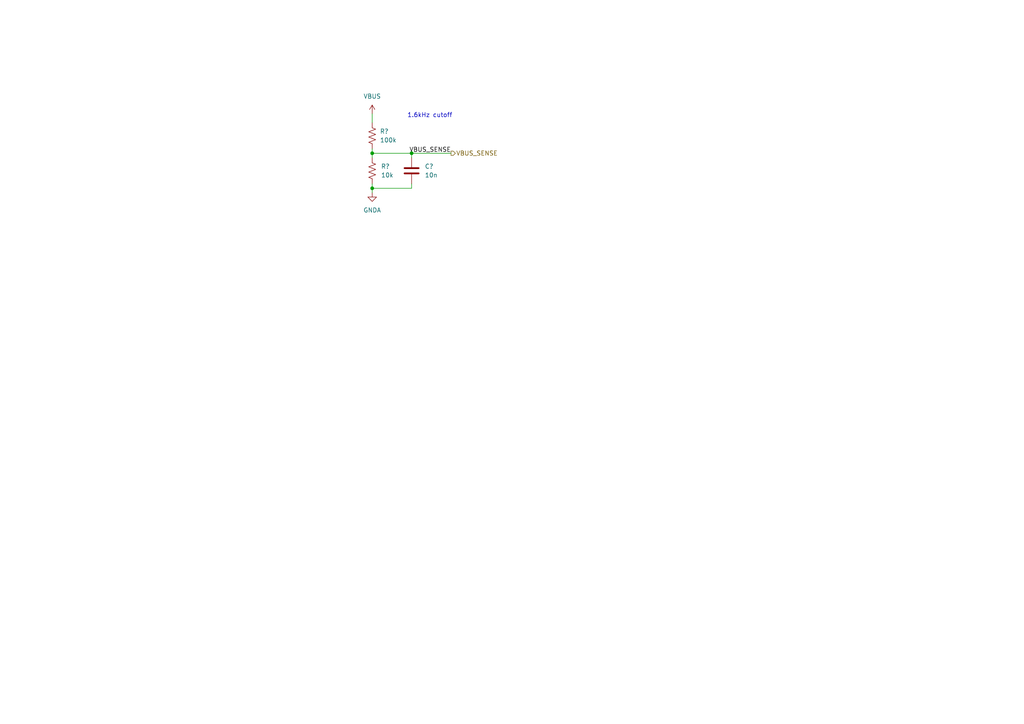
<source format=kicad_sch>
(kicad_sch (version 20211123) (generator eeschema)
  (paper "A4")
  (lib_symbols
    (symbol "Device:C" (pin_numbers hide) (pin_names (offset 0.254))
      (property "Reference" "C" (at 0.635 2.54 0))
      (property "Value" "C" (at 0.635 -2.54 0))
      (symbol "C_0_1"
        (polyline (pts (xy -2.032 -0.762) (xy 2.032 -0.762)) (stroke (width 0.508)))
        (polyline (pts (xy -2.032 0.762) (xy 2.032 0.762)) (stroke (width 0.508)))
      )
      (symbol "C_1_1"
        (pin passive line (at 0 3.81 270) (length 2.794) (name "~") (number "1"))
        (pin passive line (at 0 -3.81 90) (length 2.794) (name "~") (number "2"))
      )
    )
    (symbol "Device:R_US" (pin_numbers hide) (pin_names (offset 0))
      (property "Reference" "R" (at 2.54 0 90))
      (property "Value" "R_US" (at -2.54 0 90))
      (symbol "R_US_0_1"
        (polyline (pts (xy 0 -2.286) (xy 0 -2.54)))
        (polyline (pts (xy 0 2.286) (xy 0 2.54)))
        (polyline (pts (xy 0 -0.762) (xy 1.016 -1.143) (xy 0 -1.524) (xy -1.016 -1.905) (xy 0 -2.286)))
        (polyline (pts (xy 0 0.762) (xy 1.016 0.381) (xy 0 0) (xy -1.016 -0.381) (xy 0 -0.762)))
        (polyline (pts (xy 0 2.286) (xy 1.016 1.905) (xy 0 1.524) (xy -1.016 1.143) (xy 0 0.762)))
      )
      (symbol "R_US_1_1"
        (pin passive line (at 0 3.81 270) (length 1.27) (name "~") (number "1"))
        (pin passive line (at 0 -3.81 90) (length 1.27) (name "~") (number "2"))
      )
    )
    (symbol "power:GNDA" (power) (pin_names (offset 0))
      (property "Value" "GNDA" (at 0 -3.81 0))
      (symbol "GNDA_0_1"
        (polyline (pts (xy 0 0) (xy 0 -1.27) (xy 1.27 -1.27) (xy 0 -2.54) (xy -1.27 -1.27) (xy 0 -1.27)))
      )
      (symbol "GNDA_1_1"
        (pin power_in line (at 0 0 270) (length 0) hide (name "GNDA") (number "1"))
      )
    )
    (symbol "power:VBUS" (power) (pin_names (offset 0))
      (property "Value" "VBUS" (at 0 3.81 0))
      (symbol "VBUS_0_1"
        (polyline (pts (xy -0.762 1.27) (xy 0 2.54)))
        (polyline (pts (xy 0 0) (xy 0 2.54)))
        (polyline (pts (xy 0 2.54) (xy 0.762 1.27)))
      )
      (symbol "VBUS_1_1"
        (pin power_in line (at 0 0 90) (length 0) hide (name "VBUS") (number "1"))
      )
    )
  )
  (junction (at 119.38 44.45))
  (junction (at 107.95 44.45))
  (junction (at 107.95 54.61))
  (wire (pts (xy 107.95 54.61) (xy 107.95 55.88)))
  (wire (pts (xy 107.95 53.34) (xy 107.95 54.61)))
  (wire (pts (xy 119.38 45.72) (xy 119.38 44.45)))
  (wire (pts (xy 119.38 44.45) (xy 130.81 44.45)))
  (wire (pts (xy 119.38 53.34) (xy 119.38 54.61)))
  (wire (pts (xy 119.38 54.61) (xy 107.95 54.61)))
  (wire (pts (xy 107.95 44.45) (xy 107.95 45.72)))
  (wire (pts (xy 119.38 44.45) (xy 107.95 44.45)))
  (wire (pts (xy 107.95 33.02) (xy 107.95 35.56)))
  (wire (pts (xy 107.95 43.18) (xy 107.95 44.45)))
  (text "1.6kHz cutoff" (at 118.11 34.29 0) (effects (font (size 1.27 1.27)) (justify left bottom)))
  (label "VBUS_SENSE" (at 130.81 44.45 180))
  (hierarchical_label "VBUS_SENSE" (shape output) (at 130.81 44.45 0))
  (symbol (lib_id "power:VBUS") (at 107.95 33.02 0) (unit 1)
    (property "Reference" "#PWR?" (effects hide))
    (property "Value" "VBUS" (at 107.95 27.94 0))
  )
  (symbol (lib_id "Device:C") (at 119.38 49.53 0) (unit 1)
    (property "Reference" "C?" (at 123.19 48.2599 0) (effects (justify left)))
    (property "Value" "10n" (at 123.19 50.8 0) (effects (justify left)))
    (property "Footprint" "Resistor_SMD:R_0805_2012Metric_Pad1.20x1.40mm_HandSolder" (effects hide))
    (property "part_number" "GCM219R71H103KA37D" (effects hide))
  )
  (symbol (lib_id "power:GNDA") (at 107.95 55.88 0) (unit 1)
    (property "Reference" "#PWR?" (effects hide))
    (property "Value" "GNDA" (at 107.95 60.96 0))
  )
  (symbol (lib_id "Device:R_US") (at 107.95 49.53 0) (unit 1)
    (property "Reference" "R?" (at 110.49 48.2599 0) (effects (justify left)))
    (property "Value" "10k" (at 110.49 50.7999 0) (effects (justify left)))
    (property "Footprint" "Resistor_SMD:R_0805_2012Metric_Pad1.20x1.40mm_HandSolder" (effects hide))
    (property "part_number" "RC0805JR-1310KL" (effects hide))
  )
  (symbol (lib_id "Device:R_US") (at 107.95 39.37 0) (unit 1)
    (property "Reference" "R?" (at 110.1724 38.0999 0) (effects (justify left)))
    (property "Value" "100k" (at 110.1724 40.6399 0) (effects (justify left)))
    (property "Footprint" "Resistor_SMD:R_0805_2012Metric_Pad1.20x1.40mm_HandSolder" (effects hide))
  )
)
</source>
